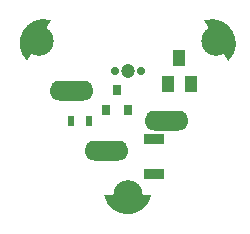
<source format=gts>
%FSLAX33Y33*%
%MOMM*%
%AMRect-W900000-H1700000-RO0.500*
21,1,0.9,1.7,0.,0.,270*%
%ADD10C,1.7*%
%ADD11R,0.802X0.972*%
%ADD12Rect-W900000-H1700000-RO0.500*%
%ADD13C,1.2*%
%ADD14C,0.7*%
%ADD15C,2.5*%
%ADD16R,1.X1.4*%
%ADD17C,2.5*%
%ADD18R,0.5X0.9*%
%ADD19C,2.5*%
D10*
%LNtop solder mask_traces*%
%LNtop solder mask component ee4f7c3a749b9ae5*%
G01*
X4290Y-1943D03*
X2290Y-1943D03*
G36*
X2290Y-1093D02*
X4290Y-1093D01*
G75*
G02*
X4290Y-2793I0J-0850D01*
G01*
X2290Y-2793D01*
G75*
G02*
X2290Y-1093I0J0850D01*
G01*
X2290Y-1093D01*
G37*
%LNtop solder mask component af7a60d08cf0a9d3*%
D11*
X-1881Y-1087D03*
X0019Y-1087D03*
X-0931Y0683D03*
%LNtop solder mask component f9ffbb3d02f459f2*%
D12*
X2187Y-3537D03*
X2187Y-6437D03*
%LNtop solder mask component 6959a6c919ed1c6a*%
D13*
X0Y2286D03*
D14*
X-1100Y2286D03*
X1100Y2286D03*
%LNtop solder mask component a4a91ddb9f96ce23*%
D15*
X0Y-8275D03*
G36*
X1500Y-8275D02*
X0Y-8275D01*
X1500Y-8275D01*
X1500Y-8275D01*
X2000Y-8275D02*
X-2000Y-8275D01*
G75*
G03*
X2000Y-8275I2000J0450D01*
G01*
X2000Y-8275D01*
G37*
%LNtop solder mask component 1f3facd00bbf78ff*%
D16*
X3427Y1169D03*
X5327Y1169D03*
X4377Y3369D03*
%LNtop solder mask component 27f528e205d9f711*%
D10*
X-3750Y0597D03*
X-5750Y0597D03*
G36*
X-5750Y1447D02*
X-3750Y1447D01*
G75*
G02*
X-3750Y-0253I0J-0850D01*
G01*
X-5750Y-0253D01*
G75*
G02*
X-5750Y1447I0J0850D01*
G01*
X-5750Y1447D01*
G37*
%LNtop solder mask component eef1e1cbe215c51d*%
D17*
X-7492Y4820D03*
G36*
X-8242Y3521D02*
X-7492Y4820D01*
X-8242Y3521D01*
X-8242Y3521D01*
X-8492Y3088D02*
X-6492Y6552D01*
G75*
G03*
X-8492Y3088I-0610J-1957D01*
G01*
X-8492Y3088D01*
G37*
%LNtop solder mask component 397f7d45dedda475*%
D10*
X-0800Y-4483D03*
X-2800Y-4483D03*
G36*
X-2800Y-3633D02*
X-0800Y-3633D01*
G75*
G02*
X-0800Y-5333I0J-0850D01*
G01*
X-2800Y-5333D01*
G75*
G02*
X-2800Y-3633I0J0850D01*
G01*
X-2800Y-3633D01*
G37*
%LNtop solder mask component 316bbb3788b91dce*%
D18*
X-4807Y-1943D03*
X-3307Y-1943D03*
%LNtop solder mask component e0d137f8182de863*%
D19*
X7492Y4820D03*
G36*
X6742Y6119D02*
X7492Y4820D01*
X6742Y6119D01*
X6742Y6119D01*
X6492Y6552D02*
X8492Y3088D01*
G75*
G03*
X6492Y6552I-1390J1507D01*
G01*
X6492Y6552D01*
G37*
M02*
</source>
